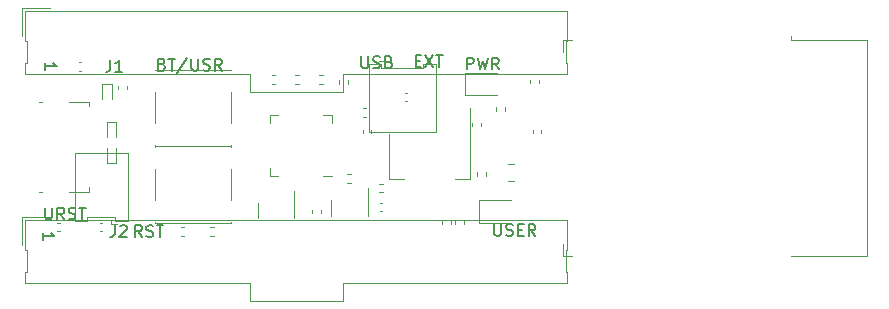
<source format=gbr>
%TF.GenerationSoftware,KiCad,Pcbnew,(6.0.1)*%
%TF.CreationDate,2023-01-04T22:15:02+03:00*%
%TF.ProjectId,EspDevBoard,45737044-6576-4426-9f61-72642e6b6963,rev?*%
%TF.SameCoordinates,Original*%
%TF.FileFunction,Legend,Top*%
%TF.FilePolarity,Positive*%
%FSLAX46Y46*%
G04 Gerber Fmt 4.6, Leading zero omitted, Abs format (unit mm)*
G04 Created by KiCad (PCBNEW (6.0.1)) date 2023-01-04 22:15:02*
%MOMM*%
%LPD*%
G01*
G04 APERTURE LIST*
%ADD10C,0.150000*%
%ADD11C,0.120000*%
G04 APERTURE END LIST*
D10*
X206738095Y-64452380D02*
X206738095Y-65261904D01*
X206785714Y-65357142D01*
X206833333Y-65404761D01*
X206928571Y-65452380D01*
X207119047Y-65452380D01*
X207214285Y-65404761D01*
X207261904Y-65357142D01*
X207309523Y-65261904D01*
X207309523Y-64452380D01*
X207738095Y-65404761D02*
X207880952Y-65452380D01*
X208119047Y-65452380D01*
X208214285Y-65404761D01*
X208261904Y-65357142D01*
X208309523Y-65261904D01*
X208309523Y-65166666D01*
X208261904Y-65071428D01*
X208214285Y-65023809D01*
X208119047Y-64976190D01*
X207928571Y-64928571D01*
X207833333Y-64880952D01*
X207785714Y-64833333D01*
X207738095Y-64738095D01*
X207738095Y-64642857D01*
X207785714Y-64547619D01*
X207833333Y-64500000D01*
X207928571Y-64452380D01*
X208166666Y-64452380D01*
X208309523Y-64500000D01*
X209071428Y-64928571D02*
X209214285Y-64976190D01*
X209261904Y-65023809D01*
X209309523Y-65119047D01*
X209309523Y-65261904D01*
X209261904Y-65357142D01*
X209214285Y-65404761D01*
X209119047Y-65452380D01*
X208738095Y-65452380D01*
X208738095Y-64452380D01*
X209071428Y-64452380D01*
X209166666Y-64500000D01*
X209214285Y-64547619D01*
X209261904Y-64642857D01*
X209261904Y-64738095D01*
X209214285Y-64833333D01*
X209166666Y-64880952D01*
X209071428Y-64928571D01*
X208738095Y-64928571D01*
X179957142Y-77252380D02*
X179957142Y-78061904D01*
X180004761Y-78157142D01*
X180052380Y-78204761D01*
X180147619Y-78252380D01*
X180338095Y-78252380D01*
X180433333Y-78204761D01*
X180480952Y-78157142D01*
X180528571Y-78061904D01*
X180528571Y-77252380D01*
X181576190Y-78252380D02*
X181242857Y-77776190D01*
X181004761Y-78252380D02*
X181004761Y-77252380D01*
X181385714Y-77252380D01*
X181480952Y-77300000D01*
X181528571Y-77347619D01*
X181576190Y-77442857D01*
X181576190Y-77585714D01*
X181528571Y-77680952D01*
X181480952Y-77728571D01*
X181385714Y-77776190D01*
X181004761Y-77776190D01*
X181957142Y-78204761D02*
X182100000Y-78252380D01*
X182338095Y-78252380D01*
X182433333Y-78204761D01*
X182480952Y-78157142D01*
X182528571Y-78061904D01*
X182528571Y-77966666D01*
X182480952Y-77871428D01*
X182433333Y-77823809D01*
X182338095Y-77776190D01*
X182147619Y-77728571D01*
X182052380Y-77680952D01*
X182004761Y-77633333D01*
X181957142Y-77538095D01*
X181957142Y-77442857D01*
X182004761Y-77347619D01*
X182052380Y-77300000D01*
X182147619Y-77252380D01*
X182385714Y-77252380D01*
X182528571Y-77300000D01*
X182814285Y-77252380D02*
X183385714Y-77252380D01*
X183100000Y-78252380D02*
X183100000Y-77252380D01*
X185866666Y-78752380D02*
X185866666Y-79466666D01*
X185819047Y-79609523D01*
X185723809Y-79704761D01*
X185580952Y-79752380D01*
X185485714Y-79752380D01*
X186295238Y-78847619D02*
X186342857Y-78800000D01*
X186438095Y-78752380D01*
X186676190Y-78752380D01*
X186771428Y-78800000D01*
X186819047Y-78847619D01*
X186866666Y-78942857D01*
X186866666Y-79038095D01*
X186819047Y-79180952D01*
X186247619Y-79752380D01*
X186866666Y-79752380D01*
X211328571Y-64828571D02*
X211661904Y-64828571D01*
X211804761Y-65352380D02*
X211328571Y-65352380D01*
X211328571Y-64352380D01*
X211804761Y-64352380D01*
X212138095Y-64352380D02*
X212804761Y-65352380D01*
X212804761Y-64352380D02*
X212138095Y-65352380D01*
X213042857Y-64352380D02*
X213614285Y-64352380D01*
X213328571Y-65352380D02*
X213328571Y-64352380D01*
X185466666Y-64752380D02*
X185466666Y-65466666D01*
X185419047Y-65609523D01*
X185323809Y-65704761D01*
X185180952Y-65752380D01*
X185085714Y-65752380D01*
X186466666Y-65752380D02*
X185895238Y-65752380D01*
X186180952Y-65752380D02*
X186180952Y-64752380D01*
X186085714Y-64895238D01*
X185990476Y-64990476D01*
X185895238Y-65038095D01*
X188152380Y-79752380D02*
X187819047Y-79276190D01*
X187580952Y-79752380D02*
X187580952Y-78752380D01*
X187961904Y-78752380D01*
X188057142Y-78800000D01*
X188104761Y-78847619D01*
X188152380Y-78942857D01*
X188152380Y-79085714D01*
X188104761Y-79180952D01*
X188057142Y-79228571D01*
X187961904Y-79276190D01*
X187580952Y-79276190D01*
X188533333Y-79704761D02*
X188676190Y-79752380D01*
X188914285Y-79752380D01*
X189009523Y-79704761D01*
X189057142Y-79657142D01*
X189104761Y-79561904D01*
X189104761Y-79466666D01*
X189057142Y-79371428D01*
X189009523Y-79323809D01*
X188914285Y-79276190D01*
X188723809Y-79228571D01*
X188628571Y-79180952D01*
X188580952Y-79133333D01*
X188533333Y-79038095D01*
X188533333Y-78942857D01*
X188580952Y-78847619D01*
X188628571Y-78800000D01*
X188723809Y-78752380D01*
X188961904Y-78752380D01*
X189104761Y-78800000D01*
X189390476Y-78752380D02*
X189961904Y-78752380D01*
X189676190Y-79752380D02*
X189676190Y-78752380D01*
X179747619Y-79985714D02*
X179747619Y-79414285D01*
X179747619Y-79700000D02*
X180747619Y-79700000D01*
X180604761Y-79604761D01*
X180509523Y-79509523D01*
X180461904Y-79414285D01*
X217985714Y-78652380D02*
X217985714Y-79461904D01*
X218033333Y-79557142D01*
X218080952Y-79604761D01*
X218176190Y-79652380D01*
X218366666Y-79652380D01*
X218461904Y-79604761D01*
X218509523Y-79557142D01*
X218557142Y-79461904D01*
X218557142Y-78652380D01*
X218985714Y-79604761D02*
X219128571Y-79652380D01*
X219366666Y-79652380D01*
X219461904Y-79604761D01*
X219509523Y-79557142D01*
X219557142Y-79461904D01*
X219557142Y-79366666D01*
X219509523Y-79271428D01*
X219461904Y-79223809D01*
X219366666Y-79176190D01*
X219176190Y-79128571D01*
X219080952Y-79080952D01*
X219033333Y-79033333D01*
X218985714Y-78938095D01*
X218985714Y-78842857D01*
X219033333Y-78747619D01*
X219080952Y-78700000D01*
X219176190Y-78652380D01*
X219414285Y-78652380D01*
X219557142Y-78700000D01*
X219985714Y-79128571D02*
X220319047Y-79128571D01*
X220461904Y-79652380D02*
X219985714Y-79652380D01*
X219985714Y-78652380D01*
X220461904Y-78652380D01*
X221461904Y-79652380D02*
X221128571Y-79176190D01*
X220890476Y-79652380D02*
X220890476Y-78652380D01*
X221271428Y-78652380D01*
X221366666Y-78700000D01*
X221414285Y-78747619D01*
X221461904Y-78842857D01*
X221461904Y-78985714D01*
X221414285Y-79080952D01*
X221366666Y-79128571D01*
X221271428Y-79176190D01*
X220890476Y-79176190D01*
X179947619Y-65585714D02*
X179947619Y-65014285D01*
X179947619Y-65300000D02*
X180947619Y-65300000D01*
X180804761Y-65204761D01*
X180709523Y-65109523D01*
X180661904Y-65014285D01*
X189866666Y-65128571D02*
X190009523Y-65176190D01*
X190057142Y-65223809D01*
X190104761Y-65319047D01*
X190104761Y-65461904D01*
X190057142Y-65557142D01*
X190009523Y-65604761D01*
X189914285Y-65652380D01*
X189533333Y-65652380D01*
X189533333Y-64652380D01*
X189866666Y-64652380D01*
X189961904Y-64700000D01*
X190009523Y-64747619D01*
X190057142Y-64842857D01*
X190057142Y-64938095D01*
X190009523Y-65033333D01*
X189961904Y-65080952D01*
X189866666Y-65128571D01*
X189533333Y-65128571D01*
X190390476Y-64652380D02*
X190961904Y-64652380D01*
X190676190Y-65652380D02*
X190676190Y-64652380D01*
X192009523Y-64604761D02*
X191152380Y-65890476D01*
X192342857Y-64652380D02*
X192342857Y-65461904D01*
X192390476Y-65557142D01*
X192438095Y-65604761D01*
X192533333Y-65652380D01*
X192723809Y-65652380D01*
X192819047Y-65604761D01*
X192866666Y-65557142D01*
X192914285Y-65461904D01*
X192914285Y-64652380D01*
X193342857Y-65604761D02*
X193485714Y-65652380D01*
X193723809Y-65652380D01*
X193819047Y-65604761D01*
X193866666Y-65557142D01*
X193914285Y-65461904D01*
X193914285Y-65366666D01*
X193866666Y-65271428D01*
X193819047Y-65223809D01*
X193723809Y-65176190D01*
X193533333Y-65128571D01*
X193438095Y-65080952D01*
X193390476Y-65033333D01*
X193342857Y-64938095D01*
X193342857Y-64842857D01*
X193390476Y-64747619D01*
X193438095Y-64700000D01*
X193533333Y-64652380D01*
X193771428Y-64652380D01*
X193914285Y-64700000D01*
X194914285Y-65652380D02*
X194580952Y-65176190D01*
X194342857Y-65652380D02*
X194342857Y-64652380D01*
X194723809Y-64652380D01*
X194819047Y-64700000D01*
X194866666Y-64747619D01*
X194914285Y-64842857D01*
X194914285Y-64985714D01*
X194866666Y-65080952D01*
X194819047Y-65128571D01*
X194723809Y-65176190D01*
X194342857Y-65176190D01*
X215666666Y-65552380D02*
X215666666Y-64552380D01*
X216047619Y-64552380D01*
X216142857Y-64600000D01*
X216190476Y-64647619D01*
X216238095Y-64742857D01*
X216238095Y-64885714D01*
X216190476Y-64980952D01*
X216142857Y-65028571D01*
X216047619Y-65076190D01*
X215666666Y-65076190D01*
X216571428Y-64552380D02*
X216809523Y-65552380D01*
X217000000Y-64838095D01*
X217190476Y-65552380D01*
X217428571Y-64552380D01*
X218380952Y-65552380D02*
X218047619Y-65076190D01*
X217809523Y-65552380D02*
X217809523Y-64552380D01*
X218190476Y-64552380D01*
X218285714Y-64600000D01*
X218333333Y-64647619D01*
X218380952Y-64742857D01*
X218380952Y-64885714D01*
X218333333Y-64980952D01*
X218285714Y-65028571D01*
X218190476Y-65076190D01*
X217809523Y-65076190D01*
D11*
%TO.C,C3*%
X183007836Y-65660000D02*
X182792164Y-65660000D01*
X183007836Y-64940000D02*
X182792164Y-64940000D01*
%TO.C,C10*%
X180992164Y-79260000D02*
X181207836Y-79260000D01*
X180992164Y-78540000D02*
X181207836Y-78540000D01*
%TO.C,J2*%
X178290000Y-63170000D02*
X178420000Y-63170000D01*
X224150000Y-64980000D02*
X224020000Y-64980000D01*
X178420000Y-63170000D02*
X178420000Y-64980000D01*
X177990000Y-62750000D02*
X177990000Y-60340000D01*
X224150000Y-65960000D02*
X224150000Y-64980000D01*
X224150000Y-60640000D02*
X178290000Y-60640000D01*
X178290000Y-65960000D02*
X197300000Y-65960000D01*
X205140000Y-67460000D02*
X205140000Y-65960000D01*
X224020000Y-63170000D02*
X224150000Y-63170000D01*
X205140000Y-65960000D02*
X224150000Y-65960000D01*
X224150000Y-63170000D02*
X224150000Y-60640000D01*
X178290000Y-64980000D02*
X178290000Y-65960000D01*
X177990000Y-60340000D02*
X180400000Y-60340000D01*
X178420000Y-64980000D02*
X178290000Y-64980000D01*
X197300000Y-65960000D02*
X197300000Y-67460000D01*
X197300000Y-67460000D02*
X205140000Y-67460000D01*
X178290000Y-60640000D02*
X178290000Y-63170000D01*
X224020000Y-64980000D02*
X224020000Y-63170000D01*
%TO.C,D4*%
X186000000Y-72200000D02*
X186000000Y-73500000D01*
X185200000Y-73500000D02*
X186000000Y-73500000D01*
X185200000Y-72200000D02*
X185200000Y-73500000D01*
%TO.C,R13*%
X208553641Y-75980000D02*
X208246359Y-75980000D01*
X208553641Y-75220000D02*
X208246359Y-75220000D01*
%TO.C,J4*%
X183535000Y-78360000D02*
X182465000Y-78360000D01*
X185865000Y-78060000D02*
X185865000Y-78360000D01*
X182465000Y-78360000D02*
X182465000Y-72640000D01*
X186935000Y-72640000D02*
X184700000Y-72640000D01*
X184700000Y-78060000D02*
X183535000Y-78060000D01*
X183535000Y-78060000D02*
X183535000Y-78360000D01*
X185575000Y-78650000D02*
X186075000Y-78650000D01*
X184700000Y-78060000D02*
X185865000Y-78060000D01*
X186935000Y-78360000D02*
X186935000Y-72640000D01*
X185865000Y-78360000D02*
X186935000Y-78360000D01*
X185575000Y-78350000D02*
X185575000Y-78650000D01*
X182465000Y-72640000D02*
X184700000Y-72640000D01*
%TO.C,C2*%
X206892164Y-69560000D02*
X207107836Y-69560000D01*
X206892164Y-68840000D02*
X207107836Y-68840000D01*
%TO.C,D3*%
X184800000Y-68100000D02*
X184800000Y-66800000D01*
X185600000Y-68100000D02*
X185600000Y-66800000D01*
X185600000Y-66800000D02*
X184800000Y-66800000D01*
%TO.C,C9*%
X221240000Y-70907836D02*
X221240000Y-70692164D01*
X221960000Y-70907836D02*
X221960000Y-70692164D01*
%TO.C,R12*%
X193946359Y-78920000D02*
X194253641Y-78920000D01*
X193946359Y-79680000D02*
X194253641Y-79680000D01*
%TO.C,R7*%
X214620000Y-78336359D02*
X214620000Y-78643641D01*
X215380000Y-78336359D02*
X215380000Y-78643641D01*
%TO.C,R8*%
X214280000Y-78346359D02*
X214280000Y-78653641D01*
X213520000Y-78346359D02*
X213520000Y-78653641D01*
%TO.C,C12*%
X208292164Y-77560000D02*
X208507836Y-77560000D01*
X208292164Y-76840000D02*
X208507836Y-76840000D01*
%TO.C,D2*%
X215515000Y-65840000D02*
X215515000Y-67760000D01*
X215515000Y-67760000D02*
X218200000Y-67760000D01*
X218200000Y-65840000D02*
X215515000Y-65840000D01*
%TO.C,J3*%
X181940000Y-68290000D02*
X183710000Y-68290000D01*
X183710000Y-75910000D02*
X181940000Y-75910000D01*
X183710000Y-75910000D02*
X183710000Y-75530000D01*
X183710000Y-68290000D02*
X183710000Y-68670000D01*
X179400000Y-68290000D02*
X179660000Y-68290000D01*
X179660000Y-75910000D02*
X179400000Y-75910000D01*
%TO.C,R11*%
X191446359Y-78920000D02*
X191753641Y-78920000D01*
X191446359Y-79680000D02*
X191753641Y-79680000D01*
%TO.C,Q4*%
X197940000Y-77500000D02*
X197940000Y-78150000D01*
X197940000Y-77500000D02*
X197940000Y-76850000D01*
X201060000Y-77500000D02*
X201060000Y-75825000D01*
X201060000Y-77500000D02*
X201060000Y-78150000D01*
%TO.C,SW1*%
X189270000Y-74000000D02*
X189270000Y-76600000D01*
X195730000Y-72070000D02*
X195730000Y-72100000D01*
X189270000Y-78530000D02*
X189270000Y-78500000D01*
X195730000Y-78530000D02*
X195730000Y-78500000D01*
X189270000Y-72100000D02*
X189270000Y-72070000D01*
X189270000Y-78530000D02*
X195730000Y-78530000D01*
X189270000Y-72070000D02*
X195730000Y-72070000D01*
X195730000Y-74000000D02*
X195730000Y-76600000D01*
%TO.C,R2*%
X218880000Y-68736359D02*
X218880000Y-69043641D01*
X218120000Y-68736359D02*
X218120000Y-69043641D01*
%TO.C,C8*%
X219138748Y-75035000D02*
X219661252Y-75035000D01*
X219138748Y-73565000D02*
X219661252Y-73565000D01*
%TO.C,J1*%
X207340000Y-70860000D02*
X210200000Y-70860000D01*
X208700000Y-64850000D02*
X208200000Y-64850000D01*
X207340000Y-65140000D02*
X207340000Y-70860000D01*
X208410000Y-65140000D02*
X207340000Y-65140000D01*
X208410000Y-65440000D02*
X208410000Y-65140000D01*
X213060000Y-70860000D02*
X210200000Y-70860000D01*
X210200000Y-65440000D02*
X211990000Y-65440000D01*
X211990000Y-65440000D02*
X211990000Y-65140000D01*
X213060000Y-65140000D02*
X213060000Y-70860000D01*
X208700000Y-65150000D02*
X208700000Y-64850000D01*
X210200000Y-65440000D02*
X208410000Y-65440000D01*
X211990000Y-65140000D02*
X213060000Y-65140000D01*
%TO.C,C13*%
X184787836Y-79260000D02*
X184572164Y-79260000D01*
X184787836Y-78540000D02*
X184572164Y-78540000D01*
%TO.C,R4*%
X203146359Y-66780000D02*
X203453641Y-66780000D01*
X203146359Y-66020000D02*
X203453641Y-66020000D01*
%TO.C,J5*%
X177990000Y-80450000D02*
X177990000Y-78040000D01*
X178290000Y-80870000D02*
X178420000Y-80870000D01*
X197300000Y-85160000D02*
X205140000Y-85160000D01*
X178420000Y-82680000D02*
X178290000Y-82680000D01*
X178290000Y-78340000D02*
X178290000Y-80870000D01*
X205140000Y-83660000D02*
X224150000Y-83660000D01*
X178420000Y-80870000D02*
X178420000Y-82680000D01*
X224150000Y-80870000D02*
X224150000Y-78340000D01*
X224020000Y-82680000D02*
X224020000Y-80870000D01*
X178290000Y-82680000D02*
X178290000Y-83660000D01*
X177990000Y-78040000D02*
X180400000Y-78040000D01*
X224150000Y-83660000D02*
X224150000Y-82680000D01*
X224150000Y-82680000D02*
X224020000Y-82680000D01*
X205140000Y-85160000D02*
X205140000Y-83660000D01*
X197300000Y-83660000D02*
X197300000Y-85160000D01*
X224150000Y-78340000D02*
X178290000Y-78340000D01*
X178290000Y-83660000D02*
X197300000Y-83660000D01*
X224020000Y-80870000D02*
X224150000Y-80870000D01*
%TO.C,C7*%
X186140000Y-67207836D02*
X186140000Y-66992164D01*
X186860000Y-67207836D02*
X186860000Y-66992164D01*
%TO.C,D1*%
X216715000Y-78560000D02*
X219400000Y-78560000D01*
X219400000Y-76640000D02*
X216715000Y-76640000D01*
X216715000Y-76640000D02*
X216715000Y-78560000D01*
%TO.C,U3*%
X249565000Y-81320000D02*
X243145000Y-81320000D01*
X243145000Y-63080000D02*
X243145000Y-62700000D01*
X223820000Y-81320000D02*
X223820000Y-80320000D01*
X224600000Y-63080000D02*
X223820000Y-63080000D01*
X249565000Y-63080000D02*
X249565000Y-81320000D01*
X249565000Y-63080000D02*
X243145000Y-63080000D01*
X224600000Y-81320000D02*
X223820000Y-81320000D01*
X223820000Y-63080000D02*
X223820000Y-64080000D01*
%TO.C,R14*%
X205546359Y-75180000D02*
X205853641Y-75180000D01*
X205546359Y-74420000D02*
X205853641Y-74420000D01*
%TO.C,R1*%
X217280000Y-74563641D02*
X217280000Y-74256359D01*
X216520000Y-74563641D02*
X216520000Y-74256359D01*
%TO.C,R5*%
X204820000Y-66753641D02*
X204820000Y-66446359D01*
X205580000Y-66753641D02*
X205580000Y-66446359D01*
%TO.C,C5*%
X216860000Y-70307836D02*
X216860000Y-70092164D01*
X216140000Y-70307836D02*
X216140000Y-70092164D01*
%TO.C,SW2*%
X195730000Y-72030000D02*
X189270000Y-72030000D01*
X195730000Y-65570000D02*
X195730000Y-65600000D01*
X189270000Y-70100000D02*
X189270000Y-67500000D01*
X195730000Y-65570000D02*
X189270000Y-65570000D01*
X195730000Y-72000000D02*
X195730000Y-72030000D01*
X195730000Y-70100000D02*
X195730000Y-67500000D01*
X189270000Y-72030000D02*
X189270000Y-72000000D01*
X189270000Y-65570000D02*
X189270000Y-65600000D01*
%TO.C,R3*%
X201146359Y-66020000D02*
X201453641Y-66020000D01*
X201146359Y-66780000D02*
X201453641Y-66780000D01*
%TO.C,U2*%
X198990000Y-74610000D02*
X198990000Y-73885000D01*
X203485000Y-69390000D02*
X204210000Y-69390000D01*
X199715000Y-74610000D02*
X198990000Y-74610000D01*
X198990000Y-69390000D02*
X198990000Y-70115000D01*
X203485000Y-74610000D02*
X204210000Y-74610000D01*
X199715000Y-69390000D02*
X198990000Y-69390000D01*
X204210000Y-69390000D02*
X204210000Y-70115000D01*
%TO.C,R6*%
X199453641Y-66780000D02*
X199146359Y-66780000D01*
X199453641Y-66020000D02*
X199146359Y-66020000D01*
%TO.C,C1*%
X206840000Y-70692164D02*
X206840000Y-70907836D01*
X207560000Y-70692164D02*
X207560000Y-70907836D01*
%TO.C,R15*%
X202520000Y-77446359D02*
X202520000Y-77753641D01*
X203280000Y-77446359D02*
X203280000Y-77753641D01*
%TO.C,C4*%
X210392164Y-67540000D02*
X210607836Y-67540000D01*
X210392164Y-68260000D02*
X210607836Y-68260000D01*
%TO.C,C6*%
X221760000Y-66492164D02*
X221760000Y-66707836D01*
X221040000Y-66492164D02*
X221040000Y-66707836D01*
%TO.C,Q3*%
X204140000Y-77300000D02*
X204140000Y-77950000D01*
X204140000Y-77300000D02*
X204140000Y-76650000D01*
X207260000Y-77300000D02*
X207260000Y-77950000D01*
X207260000Y-77300000D02*
X207260000Y-75625000D01*
%TO.C,D5*%
X186000000Y-70000000D02*
X185200000Y-70000000D01*
X185200000Y-71300000D02*
X185200000Y-70000000D01*
X186000000Y-71300000D02*
X186000000Y-70000000D01*
%TO.C,U1*%
X215910000Y-68800000D02*
X215910000Y-74810000D01*
X215910000Y-74810000D02*
X214650000Y-74810000D01*
X209090000Y-71050000D02*
X209090000Y-74810000D01*
X209090000Y-74810000D02*
X210350000Y-74810000D01*
%TD*%
M02*

</source>
